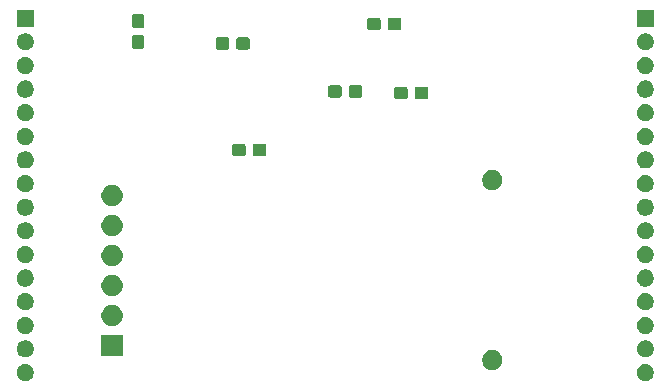
<source format=gbr>
G04 #@! TF.GenerationSoftware,KiCad,Pcbnew,(5.1.6)-1*
G04 #@! TF.CreationDate,2020-11-05T08:21:22+01:00*
G04 #@! TF.ProjectId,repl board,7265706c-2062-46f6-9172-642e6b696361,1.05*
G04 #@! TF.SameCoordinates,PX9bbc2a0PY6b31680*
G04 #@! TF.FileFunction,Soldermask,Bot*
G04 #@! TF.FilePolarity,Negative*
%FSLAX46Y46*%
G04 Gerber Fmt 4.6, Leading zero omitted, Abs format (unit mm)*
G04 Created by KiCad (PCBNEW (5.1.6)-1) date 2020-11-05 08:21:22*
%MOMM*%
%LPD*%
G01*
G04 APERTURE LIST*
%ADD10C,0.100000*%
G04 APERTURE END LIST*
D10*
G36*
X54211766Y1798101D02*
G01*
X54343888Y1743374D01*
X54343890Y1743373D01*
X54462798Y1663921D01*
X54563921Y1562798D01*
X54563922Y1562796D01*
X54643374Y1443888D01*
X54698101Y1311766D01*
X54726000Y1171506D01*
X54726000Y1028494D01*
X54698101Y888234D01*
X54643374Y756112D01*
X54643373Y756110D01*
X54563921Y637202D01*
X54462798Y536079D01*
X54343890Y456627D01*
X54343889Y456626D01*
X54343888Y456626D01*
X54211766Y401899D01*
X54071506Y374000D01*
X53928494Y374000D01*
X53788234Y401899D01*
X53656112Y456626D01*
X53656111Y456626D01*
X53656110Y456627D01*
X53537202Y536079D01*
X53436079Y637202D01*
X53356627Y756110D01*
X53356626Y756112D01*
X53301899Y888234D01*
X53274000Y1028494D01*
X53274000Y1171506D01*
X53301899Y1311766D01*
X53356626Y1443888D01*
X53436078Y1562796D01*
X53436079Y1562798D01*
X53537202Y1663921D01*
X53656110Y1743373D01*
X53656112Y1743374D01*
X53788234Y1798101D01*
X53928494Y1826000D01*
X54071506Y1826000D01*
X54211766Y1798101D01*
G37*
G36*
X1711766Y1798101D02*
G01*
X1843888Y1743374D01*
X1843890Y1743373D01*
X1962798Y1663921D01*
X2063921Y1562798D01*
X2063922Y1562796D01*
X2143374Y1443888D01*
X2198101Y1311766D01*
X2226000Y1171506D01*
X2226000Y1028494D01*
X2198101Y888234D01*
X2143374Y756112D01*
X2143373Y756110D01*
X2063921Y637202D01*
X1962798Y536079D01*
X1843890Y456627D01*
X1843889Y456626D01*
X1843888Y456626D01*
X1711766Y401899D01*
X1571506Y374000D01*
X1428494Y374000D01*
X1288234Y401899D01*
X1156112Y456626D01*
X1156111Y456626D01*
X1156110Y456627D01*
X1037202Y536079D01*
X936079Y637202D01*
X856627Y756110D01*
X856626Y756112D01*
X801899Y888234D01*
X774000Y1028494D01*
X774000Y1171506D01*
X801899Y1311766D01*
X856626Y1443888D01*
X936078Y1562796D01*
X936079Y1562798D01*
X1037202Y1663921D01*
X1156110Y1743373D01*
X1156112Y1743374D01*
X1288234Y1798101D01*
X1428494Y1826000D01*
X1571506Y1826000D01*
X1711766Y1798101D01*
G37*
G36*
X41291228Y2982297D02*
G01*
X41446100Y2918147D01*
X41585481Y2825015D01*
X41704015Y2706481D01*
X41797147Y2567100D01*
X41861297Y2412228D01*
X41894000Y2247816D01*
X41894000Y2080184D01*
X41861297Y1915772D01*
X41797147Y1760900D01*
X41704015Y1621519D01*
X41585481Y1502985D01*
X41446100Y1409853D01*
X41291228Y1345703D01*
X41126816Y1313000D01*
X40959184Y1313000D01*
X40794772Y1345703D01*
X40639900Y1409853D01*
X40500519Y1502985D01*
X40381985Y1621519D01*
X40288853Y1760900D01*
X40224703Y1915772D01*
X40192000Y2080184D01*
X40192000Y2247816D01*
X40224703Y2412228D01*
X40288853Y2567100D01*
X40381985Y2706481D01*
X40500519Y2825015D01*
X40639900Y2918147D01*
X40794772Y2982297D01*
X40959184Y3015000D01*
X41126816Y3015000D01*
X41291228Y2982297D01*
G37*
G36*
X54211766Y3798101D02*
G01*
X54343888Y3743374D01*
X54343890Y3743373D01*
X54462798Y3663921D01*
X54563921Y3562798D01*
X54563922Y3562796D01*
X54643374Y3443888D01*
X54698101Y3311766D01*
X54726000Y3171506D01*
X54726000Y3028494D01*
X54698101Y2888234D01*
X54643374Y2756112D01*
X54643373Y2756110D01*
X54563921Y2637202D01*
X54462798Y2536079D01*
X54343890Y2456627D01*
X54343889Y2456626D01*
X54343888Y2456626D01*
X54211766Y2401899D01*
X54071506Y2374000D01*
X53928494Y2374000D01*
X53788234Y2401899D01*
X53656112Y2456626D01*
X53656111Y2456626D01*
X53656110Y2456627D01*
X53537202Y2536079D01*
X53436079Y2637202D01*
X53356627Y2756110D01*
X53356626Y2756112D01*
X53301899Y2888234D01*
X53274000Y3028494D01*
X53274000Y3171506D01*
X53301899Y3311766D01*
X53356626Y3443888D01*
X53436078Y3562796D01*
X53436079Y3562798D01*
X53537202Y3663921D01*
X53656110Y3743373D01*
X53656112Y3743374D01*
X53788234Y3798101D01*
X53928494Y3826000D01*
X54071506Y3826000D01*
X54211766Y3798101D01*
G37*
G36*
X1711766Y3798101D02*
G01*
X1843888Y3743374D01*
X1843890Y3743373D01*
X1962798Y3663921D01*
X2063921Y3562798D01*
X2063922Y3562796D01*
X2143374Y3443888D01*
X2198101Y3311766D01*
X2226000Y3171506D01*
X2226000Y3028494D01*
X2198101Y2888234D01*
X2143374Y2756112D01*
X2143373Y2756110D01*
X2063921Y2637202D01*
X1962798Y2536079D01*
X1843890Y2456627D01*
X1843889Y2456626D01*
X1843888Y2456626D01*
X1711766Y2401899D01*
X1571506Y2374000D01*
X1428494Y2374000D01*
X1288234Y2401899D01*
X1156112Y2456626D01*
X1156111Y2456626D01*
X1156110Y2456627D01*
X1037202Y2536079D01*
X936079Y2637202D01*
X856627Y2756110D01*
X856626Y2756112D01*
X801899Y2888234D01*
X774000Y3028494D01*
X774000Y3171506D01*
X801899Y3311766D01*
X856626Y3443888D01*
X936078Y3562796D01*
X936079Y3562798D01*
X1037202Y3663921D01*
X1156110Y3743373D01*
X1156112Y3743374D01*
X1288234Y3798101D01*
X1428494Y3826000D01*
X1571506Y3826000D01*
X1711766Y3798101D01*
G37*
G36*
X9762200Y2482200D02*
G01*
X7960200Y2482200D01*
X7960200Y4284200D01*
X9762200Y4284200D01*
X9762200Y2482200D01*
G37*
G36*
X54211766Y5798101D02*
G01*
X54343888Y5743374D01*
X54343890Y5743373D01*
X54462798Y5663921D01*
X54563921Y5562798D01*
X54608276Y5496416D01*
X54643374Y5443888D01*
X54698101Y5311766D01*
X54726000Y5171506D01*
X54726000Y5028494D01*
X54698101Y4888234D01*
X54643374Y4756112D01*
X54643373Y4756110D01*
X54563921Y4637202D01*
X54462798Y4536079D01*
X54343890Y4456627D01*
X54343889Y4456626D01*
X54343888Y4456626D01*
X54211766Y4401899D01*
X54071506Y4374000D01*
X53928494Y4374000D01*
X53788234Y4401899D01*
X53656112Y4456626D01*
X53656111Y4456626D01*
X53656110Y4456627D01*
X53537202Y4536079D01*
X53436079Y4637202D01*
X53356627Y4756110D01*
X53356626Y4756112D01*
X53301899Y4888234D01*
X53274000Y5028494D01*
X53274000Y5171506D01*
X53301899Y5311766D01*
X53356626Y5443888D01*
X53391724Y5496416D01*
X53436079Y5562798D01*
X53537202Y5663921D01*
X53656110Y5743373D01*
X53656112Y5743374D01*
X53788234Y5798101D01*
X53928494Y5826000D01*
X54071506Y5826000D01*
X54211766Y5798101D01*
G37*
G36*
X1711766Y5798101D02*
G01*
X1843888Y5743374D01*
X1843890Y5743373D01*
X1962798Y5663921D01*
X2063921Y5562798D01*
X2108276Y5496416D01*
X2143374Y5443888D01*
X2198101Y5311766D01*
X2226000Y5171506D01*
X2226000Y5028494D01*
X2198101Y4888234D01*
X2143374Y4756112D01*
X2143373Y4756110D01*
X2063921Y4637202D01*
X1962798Y4536079D01*
X1843890Y4456627D01*
X1843889Y4456626D01*
X1843888Y4456626D01*
X1711766Y4401899D01*
X1571506Y4374000D01*
X1428494Y4374000D01*
X1288234Y4401899D01*
X1156112Y4456626D01*
X1156111Y4456626D01*
X1156110Y4456627D01*
X1037202Y4536079D01*
X936079Y4637202D01*
X856627Y4756110D01*
X856626Y4756112D01*
X801899Y4888234D01*
X774000Y5028494D01*
X774000Y5171506D01*
X801899Y5311766D01*
X856626Y5443888D01*
X891724Y5496416D01*
X936079Y5562798D01*
X1037202Y5663921D01*
X1156110Y5743373D01*
X1156112Y5743374D01*
X1288234Y5798101D01*
X1428494Y5826000D01*
X1571506Y5826000D01*
X1711766Y5798101D01*
G37*
G36*
X8974712Y6819273D02*
G01*
X9124012Y6789576D01*
X9287984Y6721656D01*
X9435554Y6623053D01*
X9561053Y6497554D01*
X9659656Y6349984D01*
X9727576Y6186012D01*
X9757273Y6036712D01*
X9762200Y6011942D01*
X9762200Y5834458D01*
X9757273Y5809688D01*
X9727576Y5660388D01*
X9659656Y5496416D01*
X9561053Y5348846D01*
X9435554Y5223347D01*
X9287984Y5124744D01*
X9124012Y5056824D01*
X8981589Y5028495D01*
X8949942Y5022200D01*
X8772458Y5022200D01*
X8740811Y5028495D01*
X8598388Y5056824D01*
X8434416Y5124744D01*
X8286846Y5223347D01*
X8161347Y5348846D01*
X8062744Y5496416D01*
X7994824Y5660388D01*
X7965127Y5809688D01*
X7960200Y5834458D01*
X7960200Y6011942D01*
X7965127Y6036712D01*
X7994824Y6186012D01*
X8062744Y6349984D01*
X8161347Y6497554D01*
X8286846Y6623053D01*
X8434416Y6721656D01*
X8598388Y6789576D01*
X8747688Y6819273D01*
X8772458Y6824200D01*
X8949942Y6824200D01*
X8974712Y6819273D01*
G37*
G36*
X54211766Y7798101D02*
G01*
X54343888Y7743374D01*
X54343890Y7743373D01*
X54462798Y7663921D01*
X54563921Y7562798D01*
X54643373Y7443890D01*
X54643374Y7443888D01*
X54698101Y7311766D01*
X54726000Y7171506D01*
X54726000Y7028494D01*
X54698101Y6888234D01*
X54671577Y6824200D01*
X54643373Y6756110D01*
X54563921Y6637202D01*
X54462798Y6536079D01*
X54343890Y6456627D01*
X54343889Y6456626D01*
X54343888Y6456626D01*
X54211766Y6401899D01*
X54071506Y6374000D01*
X53928494Y6374000D01*
X53788234Y6401899D01*
X53656112Y6456626D01*
X53656111Y6456626D01*
X53656110Y6456627D01*
X53537202Y6536079D01*
X53436079Y6637202D01*
X53356627Y6756110D01*
X53328423Y6824200D01*
X53301899Y6888234D01*
X53274000Y7028494D01*
X53274000Y7171506D01*
X53301899Y7311766D01*
X53356626Y7443888D01*
X53356627Y7443890D01*
X53436079Y7562798D01*
X53537202Y7663921D01*
X53656110Y7743373D01*
X53656112Y7743374D01*
X53788234Y7798101D01*
X53928494Y7826000D01*
X54071506Y7826000D01*
X54211766Y7798101D01*
G37*
G36*
X1711766Y7798101D02*
G01*
X1843888Y7743374D01*
X1843890Y7743373D01*
X1962798Y7663921D01*
X2063921Y7562798D01*
X2143373Y7443890D01*
X2143374Y7443888D01*
X2198101Y7311766D01*
X2226000Y7171506D01*
X2226000Y7028494D01*
X2198101Y6888234D01*
X2171577Y6824200D01*
X2143373Y6756110D01*
X2063921Y6637202D01*
X1962798Y6536079D01*
X1843890Y6456627D01*
X1843889Y6456626D01*
X1843888Y6456626D01*
X1711766Y6401899D01*
X1571506Y6374000D01*
X1428494Y6374000D01*
X1288234Y6401899D01*
X1156112Y6456626D01*
X1156111Y6456626D01*
X1156110Y6456627D01*
X1037202Y6536079D01*
X936079Y6637202D01*
X856627Y6756110D01*
X828423Y6824200D01*
X801899Y6888234D01*
X774000Y7028494D01*
X774000Y7171506D01*
X801899Y7311766D01*
X856626Y7443888D01*
X856627Y7443890D01*
X936079Y7562798D01*
X1037202Y7663921D01*
X1156110Y7743373D01*
X1156112Y7743374D01*
X1288234Y7798101D01*
X1428494Y7826000D01*
X1571506Y7826000D01*
X1711766Y7798101D01*
G37*
G36*
X8974712Y9359273D02*
G01*
X9124012Y9329576D01*
X9287984Y9261656D01*
X9435554Y9163053D01*
X9561053Y9037554D01*
X9659656Y8889984D01*
X9727576Y8726012D01*
X9762200Y8551941D01*
X9762200Y8374459D01*
X9727576Y8200388D01*
X9659656Y8036416D01*
X9561053Y7888846D01*
X9435554Y7763347D01*
X9287984Y7664744D01*
X9124012Y7596824D01*
X8974712Y7567127D01*
X8949942Y7562200D01*
X8772458Y7562200D01*
X8747688Y7567127D01*
X8598388Y7596824D01*
X8434416Y7664744D01*
X8286846Y7763347D01*
X8161347Y7888846D01*
X8062744Y8036416D01*
X7994824Y8200388D01*
X7960200Y8374459D01*
X7960200Y8551941D01*
X7994824Y8726012D01*
X8062744Y8889984D01*
X8161347Y9037554D01*
X8286846Y9163053D01*
X8434416Y9261656D01*
X8598388Y9329576D01*
X8747688Y9359273D01*
X8772458Y9364200D01*
X8949942Y9364200D01*
X8974712Y9359273D01*
G37*
G36*
X1711766Y9798101D02*
G01*
X1843888Y9743374D01*
X1843890Y9743373D01*
X1962798Y9663921D01*
X2063921Y9562798D01*
X2063922Y9562796D01*
X2143374Y9443888D01*
X2198101Y9311766D01*
X2226000Y9171506D01*
X2226000Y9028494D01*
X2198101Y8888234D01*
X2143374Y8756112D01*
X2143373Y8756110D01*
X2063921Y8637202D01*
X1962798Y8536079D01*
X1843890Y8456627D01*
X1843889Y8456626D01*
X1843888Y8456626D01*
X1711766Y8401899D01*
X1571506Y8374000D01*
X1428494Y8374000D01*
X1288234Y8401899D01*
X1156112Y8456626D01*
X1156111Y8456626D01*
X1156110Y8456627D01*
X1037202Y8536079D01*
X936079Y8637202D01*
X856627Y8756110D01*
X856626Y8756112D01*
X801899Y8888234D01*
X774000Y9028494D01*
X774000Y9171506D01*
X801899Y9311766D01*
X856626Y9443888D01*
X936078Y9562796D01*
X936079Y9562798D01*
X1037202Y9663921D01*
X1156110Y9743373D01*
X1156112Y9743374D01*
X1288234Y9798101D01*
X1428494Y9826000D01*
X1571506Y9826000D01*
X1711766Y9798101D01*
G37*
G36*
X54211766Y9798101D02*
G01*
X54343888Y9743374D01*
X54343890Y9743373D01*
X54462798Y9663921D01*
X54563921Y9562798D01*
X54563922Y9562796D01*
X54643374Y9443888D01*
X54698101Y9311766D01*
X54726000Y9171506D01*
X54726000Y9028494D01*
X54698101Y8888234D01*
X54643374Y8756112D01*
X54643373Y8756110D01*
X54563921Y8637202D01*
X54462798Y8536079D01*
X54343890Y8456627D01*
X54343889Y8456626D01*
X54343888Y8456626D01*
X54211766Y8401899D01*
X54071506Y8374000D01*
X53928494Y8374000D01*
X53788234Y8401899D01*
X53656112Y8456626D01*
X53656111Y8456626D01*
X53656110Y8456627D01*
X53537202Y8536079D01*
X53436079Y8637202D01*
X53356627Y8756110D01*
X53356626Y8756112D01*
X53301899Y8888234D01*
X53274000Y9028494D01*
X53274000Y9171506D01*
X53301899Y9311766D01*
X53356626Y9443888D01*
X53436078Y9562796D01*
X53436079Y9562798D01*
X53537202Y9663921D01*
X53656110Y9743373D01*
X53656112Y9743374D01*
X53788234Y9798101D01*
X53928494Y9826000D01*
X54071506Y9826000D01*
X54211766Y9798101D01*
G37*
G36*
X8974712Y11899273D02*
G01*
X9124012Y11869576D01*
X9287984Y11801656D01*
X9435554Y11703053D01*
X9561053Y11577554D01*
X9659656Y11429984D01*
X9727576Y11266012D01*
X9762200Y11091941D01*
X9762200Y10914459D01*
X9727576Y10740388D01*
X9659656Y10576416D01*
X9561053Y10428846D01*
X9435554Y10303347D01*
X9287984Y10204744D01*
X9124012Y10136824D01*
X8974712Y10107127D01*
X8949942Y10102200D01*
X8772458Y10102200D01*
X8747688Y10107127D01*
X8598388Y10136824D01*
X8434416Y10204744D01*
X8286846Y10303347D01*
X8161347Y10428846D01*
X8062744Y10576416D01*
X7994824Y10740388D01*
X7960200Y10914459D01*
X7960200Y11091941D01*
X7994824Y11266012D01*
X8062744Y11429984D01*
X8161347Y11577554D01*
X8286846Y11703053D01*
X8434416Y11801656D01*
X8598388Y11869576D01*
X8747688Y11899273D01*
X8772458Y11904200D01*
X8949942Y11904200D01*
X8974712Y11899273D01*
G37*
G36*
X1711766Y11798101D02*
G01*
X1843888Y11743374D01*
X1843890Y11743373D01*
X1962798Y11663921D01*
X2063921Y11562798D01*
X2063922Y11562796D01*
X2143374Y11443888D01*
X2198101Y11311766D01*
X2226000Y11171506D01*
X2226000Y11028494D01*
X2198101Y10888234D01*
X2143374Y10756112D01*
X2143373Y10756110D01*
X2063921Y10637202D01*
X1962798Y10536079D01*
X1843890Y10456627D01*
X1843889Y10456626D01*
X1843888Y10456626D01*
X1711766Y10401899D01*
X1571506Y10374000D01*
X1428494Y10374000D01*
X1288234Y10401899D01*
X1156112Y10456626D01*
X1156111Y10456626D01*
X1156110Y10456627D01*
X1037202Y10536079D01*
X936079Y10637202D01*
X856627Y10756110D01*
X856626Y10756112D01*
X801899Y10888234D01*
X774000Y11028494D01*
X774000Y11171506D01*
X801899Y11311766D01*
X856626Y11443888D01*
X936078Y11562796D01*
X936079Y11562798D01*
X1037202Y11663921D01*
X1156110Y11743373D01*
X1156112Y11743374D01*
X1288234Y11798101D01*
X1428494Y11826000D01*
X1571506Y11826000D01*
X1711766Y11798101D01*
G37*
G36*
X54211766Y11798101D02*
G01*
X54343888Y11743374D01*
X54343890Y11743373D01*
X54462798Y11663921D01*
X54563921Y11562798D01*
X54563922Y11562796D01*
X54643374Y11443888D01*
X54698101Y11311766D01*
X54726000Y11171506D01*
X54726000Y11028494D01*
X54698101Y10888234D01*
X54643374Y10756112D01*
X54643373Y10756110D01*
X54563921Y10637202D01*
X54462798Y10536079D01*
X54343890Y10456627D01*
X54343889Y10456626D01*
X54343888Y10456626D01*
X54211766Y10401899D01*
X54071506Y10374000D01*
X53928494Y10374000D01*
X53788234Y10401899D01*
X53656112Y10456626D01*
X53656111Y10456626D01*
X53656110Y10456627D01*
X53537202Y10536079D01*
X53436079Y10637202D01*
X53356627Y10756110D01*
X53356626Y10756112D01*
X53301899Y10888234D01*
X53274000Y11028494D01*
X53274000Y11171506D01*
X53301899Y11311766D01*
X53356626Y11443888D01*
X53436078Y11562796D01*
X53436079Y11562798D01*
X53537202Y11663921D01*
X53656110Y11743373D01*
X53656112Y11743374D01*
X53788234Y11798101D01*
X53928494Y11826000D01*
X54071506Y11826000D01*
X54211766Y11798101D01*
G37*
G36*
X1711766Y13798101D02*
G01*
X1843888Y13743374D01*
X1843890Y13743373D01*
X1962798Y13663921D01*
X2063921Y13562798D01*
X2143373Y13443890D01*
X2143374Y13443888D01*
X2198101Y13311766D01*
X2226000Y13171506D01*
X2226000Y13028494D01*
X2198101Y12888234D01*
X2143374Y12756112D01*
X2143373Y12756110D01*
X2063921Y12637202D01*
X1962798Y12536079D01*
X1843890Y12456627D01*
X1843889Y12456626D01*
X1843888Y12456626D01*
X1711766Y12401899D01*
X1571506Y12374000D01*
X1428494Y12374000D01*
X1288234Y12401899D01*
X1156112Y12456626D01*
X1156111Y12456626D01*
X1156110Y12456627D01*
X1037202Y12536079D01*
X936079Y12637202D01*
X856627Y12756110D01*
X856626Y12756112D01*
X801899Y12888234D01*
X774000Y13028494D01*
X774000Y13171506D01*
X801899Y13311766D01*
X856626Y13443888D01*
X856627Y13443890D01*
X936079Y13562798D01*
X1037202Y13663921D01*
X1156110Y13743373D01*
X1156112Y13743374D01*
X1288234Y13798101D01*
X1428494Y13826000D01*
X1571506Y13826000D01*
X1711766Y13798101D01*
G37*
G36*
X54211766Y13798101D02*
G01*
X54343888Y13743374D01*
X54343890Y13743373D01*
X54462798Y13663921D01*
X54563921Y13562798D01*
X54643373Y13443890D01*
X54643374Y13443888D01*
X54698101Y13311766D01*
X54726000Y13171506D01*
X54726000Y13028494D01*
X54698101Y12888234D01*
X54643374Y12756112D01*
X54643373Y12756110D01*
X54563921Y12637202D01*
X54462798Y12536079D01*
X54343890Y12456627D01*
X54343889Y12456626D01*
X54343888Y12456626D01*
X54211766Y12401899D01*
X54071506Y12374000D01*
X53928494Y12374000D01*
X53788234Y12401899D01*
X53656112Y12456626D01*
X53656111Y12456626D01*
X53656110Y12456627D01*
X53537202Y12536079D01*
X53436079Y12637202D01*
X53356627Y12756110D01*
X53356626Y12756112D01*
X53301899Y12888234D01*
X53274000Y13028494D01*
X53274000Y13171506D01*
X53301899Y13311766D01*
X53356626Y13443888D01*
X53356627Y13443890D01*
X53436079Y13562798D01*
X53537202Y13663921D01*
X53656110Y13743373D01*
X53656112Y13743374D01*
X53788234Y13798101D01*
X53928494Y13826000D01*
X54071506Y13826000D01*
X54211766Y13798101D01*
G37*
G36*
X8974712Y14439273D02*
G01*
X9124012Y14409576D01*
X9287984Y14341656D01*
X9435554Y14243053D01*
X9561053Y14117554D01*
X9659656Y13969984D01*
X9727576Y13806012D01*
X9762200Y13631941D01*
X9762200Y13454459D01*
X9727576Y13280388D01*
X9659656Y13116416D01*
X9561053Y12968846D01*
X9435554Y12843347D01*
X9287984Y12744744D01*
X9124012Y12676824D01*
X8974712Y12647127D01*
X8949942Y12642200D01*
X8772458Y12642200D01*
X8747688Y12647127D01*
X8598388Y12676824D01*
X8434416Y12744744D01*
X8286846Y12843347D01*
X8161347Y12968846D01*
X8062744Y13116416D01*
X7994824Y13280388D01*
X7960200Y13454459D01*
X7960200Y13631941D01*
X7994824Y13806012D01*
X8062744Y13969984D01*
X8161347Y14117554D01*
X8286846Y14243053D01*
X8434416Y14341656D01*
X8598388Y14409576D01*
X8747688Y14439273D01*
X8772458Y14444200D01*
X8949942Y14444200D01*
X8974712Y14439273D01*
G37*
G36*
X54211766Y15798101D02*
G01*
X54343888Y15743374D01*
X54343890Y15743373D01*
X54462798Y15663921D01*
X54563921Y15562798D01*
X54643373Y15443890D01*
X54643374Y15443888D01*
X54698101Y15311766D01*
X54726000Y15171506D01*
X54726000Y15028494D01*
X54698101Y14888234D01*
X54643374Y14756112D01*
X54643373Y14756110D01*
X54563921Y14637202D01*
X54462798Y14536079D01*
X54343890Y14456627D01*
X54343889Y14456626D01*
X54343888Y14456626D01*
X54211766Y14401899D01*
X54071506Y14374000D01*
X53928494Y14374000D01*
X53788234Y14401899D01*
X53656112Y14456626D01*
X53656111Y14456626D01*
X53656110Y14456627D01*
X53537202Y14536079D01*
X53436079Y14637202D01*
X53356627Y14756110D01*
X53356626Y14756112D01*
X53301899Y14888234D01*
X53274000Y15028494D01*
X53274000Y15171506D01*
X53301899Y15311766D01*
X53356626Y15443888D01*
X53356627Y15443890D01*
X53436079Y15562798D01*
X53537202Y15663921D01*
X53656110Y15743373D01*
X53656112Y15743374D01*
X53788234Y15798101D01*
X53928494Y15826000D01*
X54071506Y15826000D01*
X54211766Y15798101D01*
G37*
G36*
X1711766Y15798101D02*
G01*
X1843888Y15743374D01*
X1843890Y15743373D01*
X1962798Y15663921D01*
X2063921Y15562798D01*
X2143373Y15443890D01*
X2143374Y15443888D01*
X2198101Y15311766D01*
X2226000Y15171506D01*
X2226000Y15028494D01*
X2198101Y14888234D01*
X2143374Y14756112D01*
X2143373Y14756110D01*
X2063921Y14637202D01*
X1962798Y14536079D01*
X1843890Y14456627D01*
X1843889Y14456626D01*
X1843888Y14456626D01*
X1711766Y14401899D01*
X1571506Y14374000D01*
X1428494Y14374000D01*
X1288234Y14401899D01*
X1156112Y14456626D01*
X1156111Y14456626D01*
X1156110Y14456627D01*
X1037202Y14536079D01*
X936079Y14637202D01*
X856627Y14756110D01*
X856626Y14756112D01*
X801899Y14888234D01*
X774000Y15028494D01*
X774000Y15171506D01*
X801899Y15311766D01*
X856626Y15443888D01*
X856627Y15443890D01*
X936079Y15562798D01*
X1037202Y15663921D01*
X1156110Y15743373D01*
X1156112Y15743374D01*
X1288234Y15798101D01*
X1428494Y15826000D01*
X1571506Y15826000D01*
X1711766Y15798101D01*
G37*
G36*
X8974712Y16979273D02*
G01*
X9124012Y16949576D01*
X9287984Y16881656D01*
X9435554Y16783053D01*
X9561053Y16657554D01*
X9659656Y16509984D01*
X9727576Y16346012D01*
X9762200Y16171941D01*
X9762200Y15994459D01*
X9727576Y15820388D01*
X9659656Y15656416D01*
X9561053Y15508846D01*
X9435554Y15383347D01*
X9287984Y15284744D01*
X9124012Y15216824D01*
X8974712Y15187127D01*
X8949942Y15182200D01*
X8772458Y15182200D01*
X8747688Y15187127D01*
X8598388Y15216824D01*
X8434416Y15284744D01*
X8286846Y15383347D01*
X8161347Y15508846D01*
X8062744Y15656416D01*
X7994824Y15820388D01*
X7960200Y15994459D01*
X7960200Y16171941D01*
X7994824Y16346012D01*
X8062744Y16509984D01*
X8161347Y16657554D01*
X8286846Y16783053D01*
X8434416Y16881656D01*
X8598388Y16949576D01*
X8747688Y16979273D01*
X8772458Y16984200D01*
X8949942Y16984200D01*
X8974712Y16979273D01*
G37*
G36*
X1711766Y17798101D02*
G01*
X1843888Y17743374D01*
X1843890Y17743373D01*
X1962798Y17663921D01*
X2063921Y17562798D01*
X2114023Y17487815D01*
X2143374Y17443888D01*
X2198101Y17311766D01*
X2226000Y17171506D01*
X2226000Y17028494D01*
X2198101Y16888234D01*
X2154533Y16783053D01*
X2143373Y16756110D01*
X2063921Y16637202D01*
X1962798Y16536079D01*
X1843890Y16456627D01*
X1843889Y16456626D01*
X1843888Y16456626D01*
X1711766Y16401899D01*
X1571506Y16374000D01*
X1428494Y16374000D01*
X1288234Y16401899D01*
X1156112Y16456626D01*
X1156111Y16456626D01*
X1156110Y16456627D01*
X1037202Y16536079D01*
X936079Y16637202D01*
X856627Y16756110D01*
X845467Y16783053D01*
X801899Y16888234D01*
X774000Y17028494D01*
X774000Y17171506D01*
X801899Y17311766D01*
X856626Y17443888D01*
X885977Y17487815D01*
X936079Y17562798D01*
X1037202Y17663921D01*
X1156110Y17743373D01*
X1156112Y17743374D01*
X1288234Y17798101D01*
X1428494Y17826000D01*
X1571506Y17826000D01*
X1711766Y17798101D01*
G37*
G36*
X54211766Y17798101D02*
G01*
X54343888Y17743374D01*
X54343890Y17743373D01*
X54462798Y17663921D01*
X54563921Y17562798D01*
X54614023Y17487815D01*
X54643374Y17443888D01*
X54698101Y17311766D01*
X54726000Y17171506D01*
X54726000Y17028494D01*
X54698101Y16888234D01*
X54654533Y16783053D01*
X54643373Y16756110D01*
X54563921Y16637202D01*
X54462798Y16536079D01*
X54343890Y16456627D01*
X54343889Y16456626D01*
X54343888Y16456626D01*
X54211766Y16401899D01*
X54071506Y16374000D01*
X53928494Y16374000D01*
X53788234Y16401899D01*
X53656112Y16456626D01*
X53656111Y16456626D01*
X53656110Y16456627D01*
X53537202Y16536079D01*
X53436079Y16637202D01*
X53356627Y16756110D01*
X53345467Y16783053D01*
X53301899Y16888234D01*
X53274000Y17028494D01*
X53274000Y17171506D01*
X53301899Y17311766D01*
X53356626Y17443888D01*
X53385977Y17487815D01*
X53436079Y17562798D01*
X53537202Y17663921D01*
X53656110Y17743373D01*
X53656112Y17743374D01*
X53788234Y17798101D01*
X53928494Y17826000D01*
X54071506Y17826000D01*
X54211766Y17798101D01*
G37*
G36*
X41291228Y18222297D02*
G01*
X41446100Y18158147D01*
X41585481Y18065015D01*
X41704015Y17946481D01*
X41797147Y17807100D01*
X41861297Y17652228D01*
X41894000Y17487816D01*
X41894000Y17320184D01*
X41861297Y17155772D01*
X41797147Y17000900D01*
X41704015Y16861519D01*
X41585481Y16742985D01*
X41446100Y16649853D01*
X41291228Y16585703D01*
X41126816Y16553000D01*
X40959184Y16553000D01*
X40794772Y16585703D01*
X40639900Y16649853D01*
X40500519Y16742985D01*
X40381985Y16861519D01*
X40288853Y17000900D01*
X40224703Y17155772D01*
X40192000Y17320184D01*
X40192000Y17487816D01*
X40224703Y17652228D01*
X40288853Y17807100D01*
X40381985Y17946481D01*
X40500519Y18065015D01*
X40639900Y18158147D01*
X40794772Y18222297D01*
X40959184Y18255000D01*
X41126816Y18255000D01*
X41291228Y18222297D01*
G37*
G36*
X54211766Y19798101D02*
G01*
X54343888Y19743374D01*
X54343890Y19743373D01*
X54462798Y19663921D01*
X54563921Y19562798D01*
X54621147Y19477153D01*
X54643374Y19443888D01*
X54698101Y19311766D01*
X54726000Y19171506D01*
X54726000Y19028494D01*
X54698101Y18888234D01*
X54643374Y18756112D01*
X54643373Y18756110D01*
X54563921Y18637202D01*
X54462798Y18536079D01*
X54343890Y18456627D01*
X54343889Y18456626D01*
X54343888Y18456626D01*
X54211766Y18401899D01*
X54071506Y18374000D01*
X53928494Y18374000D01*
X53788234Y18401899D01*
X53656112Y18456626D01*
X53656111Y18456626D01*
X53656110Y18456627D01*
X53537202Y18536079D01*
X53436079Y18637202D01*
X53356627Y18756110D01*
X53356626Y18756112D01*
X53301899Y18888234D01*
X53274000Y19028494D01*
X53274000Y19171506D01*
X53301899Y19311766D01*
X53356626Y19443888D01*
X53378853Y19477153D01*
X53436079Y19562798D01*
X53537202Y19663921D01*
X53656110Y19743373D01*
X53656112Y19743374D01*
X53788234Y19798101D01*
X53928494Y19826000D01*
X54071506Y19826000D01*
X54211766Y19798101D01*
G37*
G36*
X1711766Y19798101D02*
G01*
X1843888Y19743374D01*
X1843890Y19743373D01*
X1962798Y19663921D01*
X2063921Y19562798D01*
X2121147Y19477153D01*
X2143374Y19443888D01*
X2198101Y19311766D01*
X2226000Y19171506D01*
X2226000Y19028494D01*
X2198101Y18888234D01*
X2143374Y18756112D01*
X2143373Y18756110D01*
X2063921Y18637202D01*
X1962798Y18536079D01*
X1843890Y18456627D01*
X1843889Y18456626D01*
X1843888Y18456626D01*
X1711766Y18401899D01*
X1571506Y18374000D01*
X1428494Y18374000D01*
X1288234Y18401899D01*
X1156112Y18456626D01*
X1156111Y18456626D01*
X1156110Y18456627D01*
X1037202Y18536079D01*
X936079Y18637202D01*
X856627Y18756110D01*
X856626Y18756112D01*
X801899Y18888234D01*
X774000Y19028494D01*
X774000Y19171506D01*
X801899Y19311766D01*
X856626Y19443888D01*
X878853Y19477153D01*
X936079Y19562798D01*
X1037202Y19663921D01*
X1156110Y19743373D01*
X1156112Y19743374D01*
X1288234Y19798101D01*
X1428494Y19826000D01*
X1571506Y19826000D01*
X1711766Y19798101D01*
G37*
G36*
X20008499Y20465555D02*
G01*
X20045995Y20454180D01*
X20080554Y20435708D01*
X20110847Y20410847D01*
X20135708Y20380554D01*
X20154180Y20345995D01*
X20165555Y20308499D01*
X20170000Y20263362D01*
X20170000Y19624638D01*
X20165555Y19579501D01*
X20154180Y19542005D01*
X20135708Y19507446D01*
X20110847Y19477153D01*
X20080554Y19452292D01*
X20045995Y19433820D01*
X20008499Y19422445D01*
X19963362Y19418000D01*
X19224638Y19418000D01*
X19179501Y19422445D01*
X19142005Y19433820D01*
X19107446Y19452292D01*
X19077153Y19477153D01*
X19052292Y19507446D01*
X19033820Y19542005D01*
X19022445Y19579501D01*
X19018000Y19624638D01*
X19018000Y20263362D01*
X19022445Y20308499D01*
X19033820Y20345995D01*
X19052292Y20380554D01*
X19077153Y20410847D01*
X19107446Y20435708D01*
X19142005Y20454180D01*
X19179501Y20465555D01*
X19224638Y20470000D01*
X19963362Y20470000D01*
X20008499Y20465555D01*
G37*
G36*
X21758499Y20465555D02*
G01*
X21795995Y20454180D01*
X21830554Y20435708D01*
X21860847Y20410847D01*
X21885708Y20380554D01*
X21904180Y20345995D01*
X21915555Y20308499D01*
X21920000Y20263362D01*
X21920000Y19624638D01*
X21915555Y19579501D01*
X21904180Y19542005D01*
X21885708Y19507446D01*
X21860847Y19477153D01*
X21830554Y19452292D01*
X21795995Y19433820D01*
X21758499Y19422445D01*
X21713362Y19418000D01*
X20974638Y19418000D01*
X20929501Y19422445D01*
X20892005Y19433820D01*
X20857446Y19452292D01*
X20827153Y19477153D01*
X20802292Y19507446D01*
X20783820Y19542005D01*
X20772445Y19579501D01*
X20768000Y19624638D01*
X20768000Y20263362D01*
X20772445Y20308499D01*
X20783820Y20345995D01*
X20802292Y20380554D01*
X20827153Y20410847D01*
X20857446Y20435708D01*
X20892005Y20454180D01*
X20929501Y20465555D01*
X20974638Y20470000D01*
X21713362Y20470000D01*
X21758499Y20465555D01*
G37*
G36*
X1711766Y21798101D02*
G01*
X1843888Y21743374D01*
X1843890Y21743373D01*
X1962798Y21663921D01*
X2063921Y21562798D01*
X2063922Y21562796D01*
X2143374Y21443888D01*
X2198101Y21311766D01*
X2226000Y21171506D01*
X2226000Y21028494D01*
X2198101Y20888234D01*
X2143374Y20756112D01*
X2143373Y20756110D01*
X2063921Y20637202D01*
X1962798Y20536079D01*
X1843890Y20456627D01*
X1843889Y20456626D01*
X1843888Y20456626D01*
X1711766Y20401899D01*
X1571506Y20374000D01*
X1428494Y20374000D01*
X1288234Y20401899D01*
X1156112Y20456626D01*
X1156111Y20456626D01*
X1156110Y20456627D01*
X1037202Y20536079D01*
X936079Y20637202D01*
X856627Y20756110D01*
X856626Y20756112D01*
X801899Y20888234D01*
X774000Y21028494D01*
X774000Y21171506D01*
X801899Y21311766D01*
X856626Y21443888D01*
X936078Y21562796D01*
X936079Y21562798D01*
X1037202Y21663921D01*
X1156110Y21743373D01*
X1156112Y21743374D01*
X1288234Y21798101D01*
X1428494Y21826000D01*
X1571506Y21826000D01*
X1711766Y21798101D01*
G37*
G36*
X54211766Y21798101D02*
G01*
X54343888Y21743374D01*
X54343890Y21743373D01*
X54462798Y21663921D01*
X54563921Y21562798D01*
X54563922Y21562796D01*
X54643374Y21443888D01*
X54698101Y21311766D01*
X54726000Y21171506D01*
X54726000Y21028494D01*
X54698101Y20888234D01*
X54643374Y20756112D01*
X54643373Y20756110D01*
X54563921Y20637202D01*
X54462798Y20536079D01*
X54343890Y20456627D01*
X54343889Y20456626D01*
X54343888Y20456626D01*
X54211766Y20401899D01*
X54071506Y20374000D01*
X53928494Y20374000D01*
X53788234Y20401899D01*
X53656112Y20456626D01*
X53656111Y20456626D01*
X53656110Y20456627D01*
X53537202Y20536079D01*
X53436079Y20637202D01*
X53356627Y20756110D01*
X53356626Y20756112D01*
X53301899Y20888234D01*
X53274000Y21028494D01*
X53274000Y21171506D01*
X53301899Y21311766D01*
X53356626Y21443888D01*
X53436078Y21562796D01*
X53436079Y21562798D01*
X53537202Y21663921D01*
X53656110Y21743373D01*
X53656112Y21743374D01*
X53788234Y21798101D01*
X53928494Y21826000D01*
X54071506Y21826000D01*
X54211766Y21798101D01*
G37*
G36*
X1711766Y23798101D02*
G01*
X1843888Y23743374D01*
X1843890Y23743373D01*
X1962798Y23663921D01*
X2063921Y23562798D01*
X2063922Y23562796D01*
X2143374Y23443888D01*
X2198101Y23311766D01*
X2226000Y23171506D01*
X2226000Y23028494D01*
X2198101Y22888234D01*
X2143374Y22756112D01*
X2143373Y22756110D01*
X2063921Y22637202D01*
X1962798Y22536079D01*
X1843890Y22456627D01*
X1843889Y22456626D01*
X1843888Y22456626D01*
X1711766Y22401899D01*
X1571506Y22374000D01*
X1428494Y22374000D01*
X1288234Y22401899D01*
X1156112Y22456626D01*
X1156111Y22456626D01*
X1156110Y22456627D01*
X1037202Y22536079D01*
X936079Y22637202D01*
X856627Y22756110D01*
X856626Y22756112D01*
X801899Y22888234D01*
X774000Y23028494D01*
X774000Y23171506D01*
X801899Y23311766D01*
X856626Y23443888D01*
X936078Y23562796D01*
X936079Y23562798D01*
X1037202Y23663921D01*
X1156110Y23743373D01*
X1156112Y23743374D01*
X1288234Y23798101D01*
X1428494Y23826000D01*
X1571506Y23826000D01*
X1711766Y23798101D01*
G37*
G36*
X54211766Y23798101D02*
G01*
X54343888Y23743374D01*
X54343890Y23743373D01*
X54462798Y23663921D01*
X54563921Y23562798D01*
X54563922Y23562796D01*
X54643374Y23443888D01*
X54698101Y23311766D01*
X54726000Y23171506D01*
X54726000Y23028494D01*
X54698101Y22888234D01*
X54643374Y22756112D01*
X54643373Y22756110D01*
X54563921Y22637202D01*
X54462798Y22536079D01*
X54343890Y22456627D01*
X54343889Y22456626D01*
X54343888Y22456626D01*
X54211766Y22401899D01*
X54071506Y22374000D01*
X53928494Y22374000D01*
X53788234Y22401899D01*
X53656112Y22456626D01*
X53656111Y22456626D01*
X53656110Y22456627D01*
X53537202Y22536079D01*
X53436079Y22637202D01*
X53356627Y22756110D01*
X53356626Y22756112D01*
X53301899Y22888234D01*
X53274000Y23028494D01*
X53274000Y23171506D01*
X53301899Y23311766D01*
X53356626Y23443888D01*
X53436078Y23562796D01*
X53436079Y23562798D01*
X53537202Y23663921D01*
X53656110Y23743373D01*
X53656112Y23743374D01*
X53788234Y23798101D01*
X53928494Y23826000D01*
X54071506Y23826000D01*
X54211766Y23798101D01*
G37*
G36*
X35474499Y25291555D02*
G01*
X35511995Y25280180D01*
X35546554Y25261708D01*
X35576847Y25236847D01*
X35601708Y25206554D01*
X35620180Y25171995D01*
X35631555Y25134499D01*
X35636000Y25089362D01*
X35636000Y24450638D01*
X35631555Y24405501D01*
X35620180Y24368005D01*
X35601708Y24333446D01*
X35576847Y24303153D01*
X35546554Y24278292D01*
X35511995Y24259820D01*
X35474499Y24248445D01*
X35429362Y24244000D01*
X34690638Y24244000D01*
X34645501Y24248445D01*
X34608005Y24259820D01*
X34573446Y24278292D01*
X34543153Y24303153D01*
X34518292Y24333446D01*
X34499820Y24368005D01*
X34488445Y24405501D01*
X34484000Y24450638D01*
X34484000Y25089362D01*
X34488445Y25134499D01*
X34499820Y25171995D01*
X34518292Y25206554D01*
X34543153Y25236847D01*
X34573446Y25261708D01*
X34608005Y25280180D01*
X34645501Y25291555D01*
X34690638Y25296000D01*
X35429362Y25296000D01*
X35474499Y25291555D01*
G37*
G36*
X33724499Y25291555D02*
G01*
X33761995Y25280180D01*
X33796554Y25261708D01*
X33826847Y25236847D01*
X33851708Y25206554D01*
X33870180Y25171995D01*
X33881555Y25134499D01*
X33886000Y25089362D01*
X33886000Y24450638D01*
X33881555Y24405501D01*
X33870180Y24368005D01*
X33851708Y24333446D01*
X33826847Y24303153D01*
X33796554Y24278292D01*
X33761995Y24259820D01*
X33724499Y24248445D01*
X33679362Y24244000D01*
X32940638Y24244000D01*
X32895501Y24248445D01*
X32858005Y24259820D01*
X32823446Y24278292D01*
X32793153Y24303153D01*
X32768292Y24333446D01*
X32749820Y24368005D01*
X32738445Y24405501D01*
X32734000Y24450638D01*
X32734000Y25089362D01*
X32738445Y25134499D01*
X32749820Y25171995D01*
X32768292Y25206554D01*
X32793153Y25236847D01*
X32823446Y25261708D01*
X32858005Y25280180D01*
X32895501Y25291555D01*
X32940638Y25296000D01*
X33679362Y25296000D01*
X33724499Y25291555D01*
G37*
G36*
X28136499Y25418555D02*
G01*
X28173995Y25407180D01*
X28208554Y25388708D01*
X28238847Y25363847D01*
X28263708Y25333554D01*
X28282180Y25298995D01*
X28293555Y25261499D01*
X28298000Y25216362D01*
X28298000Y24577638D01*
X28293555Y24532501D01*
X28282180Y24495005D01*
X28263708Y24460446D01*
X28238847Y24430153D01*
X28208554Y24405292D01*
X28173995Y24386820D01*
X28136499Y24375445D01*
X28091362Y24371000D01*
X27352638Y24371000D01*
X27307501Y24375445D01*
X27270005Y24386820D01*
X27235446Y24405292D01*
X27205153Y24430153D01*
X27180292Y24460446D01*
X27161820Y24495005D01*
X27150445Y24532501D01*
X27146000Y24577638D01*
X27146000Y25216362D01*
X27150445Y25261499D01*
X27161820Y25298995D01*
X27180292Y25333554D01*
X27205153Y25363847D01*
X27235446Y25388708D01*
X27270005Y25407180D01*
X27307501Y25418555D01*
X27352638Y25423000D01*
X28091362Y25423000D01*
X28136499Y25418555D01*
G37*
G36*
X29886499Y25418555D02*
G01*
X29923995Y25407180D01*
X29958554Y25388708D01*
X29988847Y25363847D01*
X30013708Y25333554D01*
X30032180Y25298995D01*
X30043555Y25261499D01*
X30048000Y25216362D01*
X30048000Y24577638D01*
X30043555Y24532501D01*
X30032180Y24495005D01*
X30013708Y24460446D01*
X29988847Y24430153D01*
X29958554Y24405292D01*
X29923995Y24386820D01*
X29886499Y24375445D01*
X29841362Y24371000D01*
X29102638Y24371000D01*
X29057501Y24375445D01*
X29020005Y24386820D01*
X28985446Y24405292D01*
X28955153Y24430153D01*
X28930292Y24460446D01*
X28911820Y24495005D01*
X28900445Y24532501D01*
X28896000Y24577638D01*
X28896000Y25216362D01*
X28900445Y25261499D01*
X28911820Y25298995D01*
X28930292Y25333554D01*
X28955153Y25363847D01*
X28985446Y25388708D01*
X29020005Y25407180D01*
X29057501Y25418555D01*
X29102638Y25423000D01*
X29841362Y25423000D01*
X29886499Y25418555D01*
G37*
G36*
X1711766Y25798101D02*
G01*
X1843888Y25743374D01*
X1843890Y25743373D01*
X1962798Y25663921D01*
X2063921Y25562798D01*
X2063922Y25562796D01*
X2143374Y25443888D01*
X2198101Y25311766D01*
X2226000Y25171506D01*
X2226000Y25028494D01*
X2198101Y24888234D01*
X2143374Y24756112D01*
X2143373Y24756110D01*
X2063921Y24637202D01*
X1962798Y24536079D01*
X1843890Y24456627D01*
X1843889Y24456626D01*
X1843888Y24456626D01*
X1711766Y24401899D01*
X1571506Y24374000D01*
X1428494Y24374000D01*
X1288234Y24401899D01*
X1156112Y24456626D01*
X1156111Y24456626D01*
X1156110Y24456627D01*
X1037202Y24536079D01*
X936079Y24637202D01*
X856627Y24756110D01*
X856626Y24756112D01*
X801899Y24888234D01*
X774000Y25028494D01*
X774000Y25171506D01*
X801899Y25311766D01*
X856626Y25443888D01*
X936078Y25562796D01*
X936079Y25562798D01*
X1037202Y25663921D01*
X1156110Y25743373D01*
X1156112Y25743374D01*
X1288234Y25798101D01*
X1428494Y25826000D01*
X1571506Y25826000D01*
X1711766Y25798101D01*
G37*
G36*
X54211766Y25798101D02*
G01*
X54343888Y25743374D01*
X54343890Y25743373D01*
X54462798Y25663921D01*
X54563921Y25562798D01*
X54563922Y25562796D01*
X54643374Y25443888D01*
X54698101Y25311766D01*
X54726000Y25171506D01*
X54726000Y25028494D01*
X54698101Y24888234D01*
X54643374Y24756112D01*
X54643373Y24756110D01*
X54563921Y24637202D01*
X54462798Y24536079D01*
X54343890Y24456627D01*
X54343889Y24456626D01*
X54343888Y24456626D01*
X54211766Y24401899D01*
X54071506Y24374000D01*
X53928494Y24374000D01*
X53788234Y24401899D01*
X53656112Y24456626D01*
X53656111Y24456626D01*
X53656110Y24456627D01*
X53537202Y24536079D01*
X53436079Y24637202D01*
X53356627Y24756110D01*
X53356626Y24756112D01*
X53301899Y24888234D01*
X53274000Y25028494D01*
X53274000Y25171506D01*
X53301899Y25311766D01*
X53356626Y25443888D01*
X53436078Y25562796D01*
X53436079Y25562798D01*
X53537202Y25663921D01*
X53656110Y25743373D01*
X53656112Y25743374D01*
X53788234Y25798101D01*
X53928494Y25826000D01*
X54071506Y25826000D01*
X54211766Y25798101D01*
G37*
G36*
X54211766Y27798101D02*
G01*
X54343888Y27743374D01*
X54343890Y27743373D01*
X54462798Y27663921D01*
X54563921Y27562798D01*
X54563922Y27562796D01*
X54643374Y27443888D01*
X54698101Y27311766D01*
X54726000Y27171506D01*
X54726000Y27028494D01*
X54698101Y26888234D01*
X54643374Y26756112D01*
X54643373Y26756110D01*
X54563921Y26637202D01*
X54462798Y26536079D01*
X54343890Y26456627D01*
X54343889Y26456626D01*
X54343888Y26456626D01*
X54211766Y26401899D01*
X54071506Y26374000D01*
X53928494Y26374000D01*
X53788234Y26401899D01*
X53656112Y26456626D01*
X53656111Y26456626D01*
X53656110Y26456627D01*
X53537202Y26536079D01*
X53436079Y26637202D01*
X53356627Y26756110D01*
X53356626Y26756112D01*
X53301899Y26888234D01*
X53274000Y27028494D01*
X53274000Y27171506D01*
X53301899Y27311766D01*
X53356626Y27443888D01*
X53436078Y27562796D01*
X53436079Y27562798D01*
X53537202Y27663921D01*
X53656110Y27743373D01*
X53656112Y27743374D01*
X53788234Y27798101D01*
X53928494Y27826000D01*
X54071506Y27826000D01*
X54211766Y27798101D01*
G37*
G36*
X1711766Y27798101D02*
G01*
X1843888Y27743374D01*
X1843890Y27743373D01*
X1962798Y27663921D01*
X2063921Y27562798D01*
X2063922Y27562796D01*
X2143374Y27443888D01*
X2198101Y27311766D01*
X2226000Y27171506D01*
X2226000Y27028494D01*
X2198101Y26888234D01*
X2143374Y26756112D01*
X2143373Y26756110D01*
X2063921Y26637202D01*
X1962798Y26536079D01*
X1843890Y26456627D01*
X1843889Y26456626D01*
X1843888Y26456626D01*
X1711766Y26401899D01*
X1571506Y26374000D01*
X1428494Y26374000D01*
X1288234Y26401899D01*
X1156112Y26456626D01*
X1156111Y26456626D01*
X1156110Y26456627D01*
X1037202Y26536079D01*
X936079Y26637202D01*
X856627Y26756110D01*
X856626Y26756112D01*
X801899Y26888234D01*
X774000Y27028494D01*
X774000Y27171506D01*
X801899Y27311766D01*
X856626Y27443888D01*
X936078Y27562796D01*
X936079Y27562798D01*
X1037202Y27663921D01*
X1156110Y27743373D01*
X1156112Y27743374D01*
X1288234Y27798101D01*
X1428494Y27826000D01*
X1571506Y27826000D01*
X1711766Y27798101D01*
G37*
G36*
X54211766Y29798101D02*
G01*
X54343888Y29743374D01*
X54343890Y29743373D01*
X54462798Y29663921D01*
X54563921Y29562798D01*
X54628393Y29466309D01*
X54643374Y29443888D01*
X54698101Y29311766D01*
X54726000Y29171506D01*
X54726000Y29028494D01*
X54698101Y28888234D01*
X54643374Y28756112D01*
X54643373Y28756110D01*
X54563921Y28637202D01*
X54462798Y28536079D01*
X54343890Y28456627D01*
X54343889Y28456626D01*
X54343888Y28456626D01*
X54211766Y28401899D01*
X54071506Y28374000D01*
X53928494Y28374000D01*
X53788234Y28401899D01*
X53656112Y28456626D01*
X53656111Y28456626D01*
X53656110Y28456627D01*
X53537202Y28536079D01*
X53436079Y28637202D01*
X53356627Y28756110D01*
X53356626Y28756112D01*
X53301899Y28888234D01*
X53274000Y29028494D01*
X53274000Y29171506D01*
X53301899Y29311766D01*
X53356626Y29443888D01*
X53371607Y29466309D01*
X53436079Y29562798D01*
X53537202Y29663921D01*
X53656110Y29743373D01*
X53656112Y29743374D01*
X53788234Y29798101D01*
X53928494Y29826000D01*
X54071506Y29826000D01*
X54211766Y29798101D01*
G37*
G36*
X1711766Y29798101D02*
G01*
X1843888Y29743374D01*
X1843890Y29743373D01*
X1962798Y29663921D01*
X2063921Y29562798D01*
X2128393Y29466309D01*
X2143374Y29443888D01*
X2198101Y29311766D01*
X2226000Y29171506D01*
X2226000Y29028494D01*
X2198101Y28888234D01*
X2143374Y28756112D01*
X2143373Y28756110D01*
X2063921Y28637202D01*
X1962798Y28536079D01*
X1843890Y28456627D01*
X1843889Y28456626D01*
X1843888Y28456626D01*
X1711766Y28401899D01*
X1571506Y28374000D01*
X1428494Y28374000D01*
X1288234Y28401899D01*
X1156112Y28456626D01*
X1156111Y28456626D01*
X1156110Y28456627D01*
X1037202Y28536079D01*
X936079Y28637202D01*
X856627Y28756110D01*
X856626Y28756112D01*
X801899Y28888234D01*
X774000Y29028494D01*
X774000Y29171506D01*
X801899Y29311766D01*
X856626Y29443888D01*
X871607Y29466309D01*
X936079Y29562798D01*
X1037202Y29663921D01*
X1156110Y29743373D01*
X1156112Y29743374D01*
X1288234Y29798101D01*
X1428494Y29826000D01*
X1571506Y29826000D01*
X1711766Y29798101D01*
G37*
G36*
X18611499Y29482555D02*
G01*
X18648995Y29471180D01*
X18683554Y29452708D01*
X18713847Y29427847D01*
X18738708Y29397554D01*
X18757180Y29362995D01*
X18768555Y29325499D01*
X18773000Y29280362D01*
X18773000Y28641638D01*
X18768555Y28596501D01*
X18757180Y28559005D01*
X18738708Y28524446D01*
X18713847Y28494153D01*
X18683554Y28469292D01*
X18648995Y28450820D01*
X18611499Y28439445D01*
X18566362Y28435000D01*
X17827638Y28435000D01*
X17782501Y28439445D01*
X17745005Y28450820D01*
X17710446Y28469292D01*
X17680153Y28494153D01*
X17655292Y28524446D01*
X17636820Y28559005D01*
X17625445Y28596501D01*
X17621000Y28641638D01*
X17621000Y29280362D01*
X17625445Y29325499D01*
X17636820Y29362995D01*
X17655292Y29397554D01*
X17680153Y29427847D01*
X17710446Y29452708D01*
X17745005Y29471180D01*
X17782501Y29482555D01*
X17827638Y29487000D01*
X18566362Y29487000D01*
X18611499Y29482555D01*
G37*
G36*
X20361499Y29482555D02*
G01*
X20398995Y29471180D01*
X20433554Y29452708D01*
X20463847Y29427847D01*
X20488708Y29397554D01*
X20507180Y29362995D01*
X20518555Y29325499D01*
X20523000Y29280362D01*
X20523000Y28641638D01*
X20518555Y28596501D01*
X20507180Y28559005D01*
X20488708Y28524446D01*
X20463847Y28494153D01*
X20433554Y28469292D01*
X20398995Y28450820D01*
X20361499Y28439445D01*
X20316362Y28435000D01*
X19577638Y28435000D01*
X19532501Y28439445D01*
X19495005Y28450820D01*
X19460446Y28469292D01*
X19430153Y28494153D01*
X19405292Y28524446D01*
X19386820Y28559005D01*
X19375445Y28596501D01*
X19371000Y28641638D01*
X19371000Y29280362D01*
X19375445Y29325499D01*
X19386820Y29362995D01*
X19405292Y29397554D01*
X19430153Y29427847D01*
X19460446Y29452708D01*
X19495005Y29471180D01*
X19532501Y29482555D01*
X19577638Y29487000D01*
X20316362Y29487000D01*
X20361499Y29482555D01*
G37*
G36*
X11435499Y29673555D02*
G01*
X11472995Y29662180D01*
X11507554Y29643708D01*
X11537847Y29618847D01*
X11562708Y29588554D01*
X11581180Y29553995D01*
X11592555Y29516499D01*
X11597000Y29471362D01*
X11597000Y28732638D01*
X11592555Y28687501D01*
X11581180Y28650005D01*
X11562708Y28615446D01*
X11537847Y28585153D01*
X11507554Y28560292D01*
X11472995Y28541820D01*
X11435499Y28530445D01*
X11390362Y28526000D01*
X10751638Y28526000D01*
X10706501Y28530445D01*
X10669005Y28541820D01*
X10634446Y28560292D01*
X10604153Y28585153D01*
X10579292Y28615446D01*
X10560820Y28650005D01*
X10549445Y28687501D01*
X10545000Y28732638D01*
X10545000Y29471362D01*
X10549445Y29516499D01*
X10560820Y29553995D01*
X10579292Y29588554D01*
X10604153Y29618847D01*
X10634446Y29643708D01*
X10669005Y29662180D01*
X10706501Y29673555D01*
X10751638Y29678000D01*
X11390362Y29678000D01*
X11435499Y29673555D01*
G37*
G36*
X31438499Y31133555D02*
G01*
X31475995Y31122180D01*
X31510554Y31103708D01*
X31540847Y31078847D01*
X31565708Y31048554D01*
X31584180Y31013995D01*
X31595555Y30976499D01*
X31600000Y30931362D01*
X31600000Y30292638D01*
X31595555Y30247501D01*
X31584180Y30210005D01*
X31565708Y30175446D01*
X31540847Y30145153D01*
X31510554Y30120292D01*
X31475995Y30101820D01*
X31438499Y30090445D01*
X31393362Y30086000D01*
X30654638Y30086000D01*
X30609501Y30090445D01*
X30572005Y30101820D01*
X30537446Y30120292D01*
X30507153Y30145153D01*
X30482292Y30175446D01*
X30463820Y30210005D01*
X30452445Y30247501D01*
X30448000Y30292638D01*
X30448000Y30931362D01*
X30452445Y30976499D01*
X30463820Y31013995D01*
X30482292Y31048554D01*
X30507153Y31078847D01*
X30537446Y31103708D01*
X30572005Y31122180D01*
X30609501Y31133555D01*
X30654638Y31138000D01*
X31393362Y31138000D01*
X31438499Y31133555D01*
G37*
G36*
X33188499Y31133555D02*
G01*
X33225995Y31122180D01*
X33260554Y31103708D01*
X33290847Y31078847D01*
X33315708Y31048554D01*
X33334180Y31013995D01*
X33345555Y30976499D01*
X33350000Y30931362D01*
X33350000Y30292638D01*
X33345555Y30247501D01*
X33334180Y30210005D01*
X33315708Y30175446D01*
X33290847Y30145153D01*
X33260554Y30120292D01*
X33225995Y30101820D01*
X33188499Y30090445D01*
X33143362Y30086000D01*
X32404638Y30086000D01*
X32359501Y30090445D01*
X32322005Y30101820D01*
X32287446Y30120292D01*
X32257153Y30145153D01*
X32232292Y30175446D01*
X32213820Y30210005D01*
X32202445Y30247501D01*
X32198000Y30292638D01*
X32198000Y30931362D01*
X32202445Y30976499D01*
X32213820Y31013995D01*
X32232292Y31048554D01*
X32257153Y31078847D01*
X32287446Y31103708D01*
X32322005Y31122180D01*
X32359501Y31133555D01*
X32404638Y31138000D01*
X33143362Y31138000D01*
X33188499Y31133555D01*
G37*
G36*
X11435499Y31423555D02*
G01*
X11472995Y31412180D01*
X11507554Y31393708D01*
X11537847Y31368847D01*
X11562708Y31338554D01*
X11581180Y31303995D01*
X11592555Y31266499D01*
X11597000Y31221362D01*
X11597000Y30482638D01*
X11592555Y30437501D01*
X11581180Y30400005D01*
X11562708Y30365446D01*
X11537847Y30335153D01*
X11507554Y30310292D01*
X11472995Y30291820D01*
X11435499Y30280445D01*
X11390362Y30276000D01*
X10751638Y30276000D01*
X10706501Y30280445D01*
X10669005Y30291820D01*
X10634446Y30310292D01*
X10604153Y30335153D01*
X10579292Y30365446D01*
X10560820Y30400005D01*
X10549445Y30437501D01*
X10545000Y30482638D01*
X10545000Y31221362D01*
X10549445Y31266499D01*
X10560820Y31303995D01*
X10579292Y31338554D01*
X10604153Y31368847D01*
X10634446Y31393708D01*
X10669005Y31412180D01*
X10706501Y31423555D01*
X10751638Y31428000D01*
X11390362Y31428000D01*
X11435499Y31423555D01*
G37*
G36*
X54726000Y30374000D02*
G01*
X53274000Y30374000D01*
X53274000Y31826000D01*
X54726000Y31826000D01*
X54726000Y30374000D01*
G37*
G36*
X2226000Y30374000D02*
G01*
X774000Y30374000D01*
X774000Y31826000D01*
X2226000Y31826000D01*
X2226000Y30374000D01*
G37*
M02*

</source>
